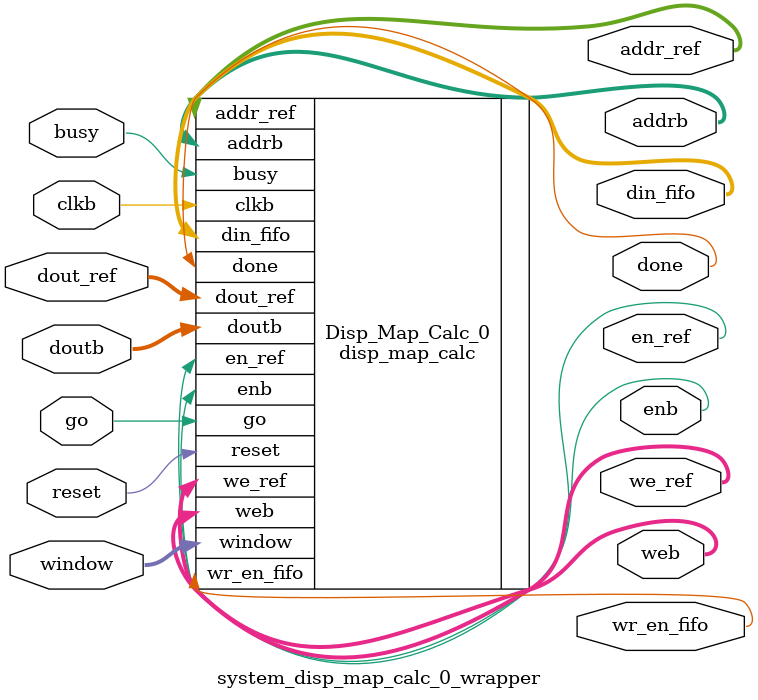
<source format=v>

module system_disp_map_calc_0_wrapper
  (
    reset,
    clkb,
    enb,
    web,
    addrb,
    en_ref,
    we_ref,
    addr_ref,
    dout_ref,
    go,
    window,
    busy,
    doutb,
    done,
    din_fifo,
    wr_en_fifo
  );
  input reset;
  input clkb;
  output enb;
  output [3:0] web;
  output [31:0] addrb;
  output en_ref;
  output [3:0] we_ref;
  output [31:0] addr_ref;
  input [31:0] dout_ref;
  input go;
  input [2:0] window;
  input busy;
  input [31:0] doutb;
  output done;
  output [31:0] din_fifo;
  output wr_en_fifo;

  disp_map_calc
    #(
      .NUM_OF_WIN ( 'h00000040 ),
      .VRES ( 'h000001e0 ),
      .HRES ( 'h00000280 )
    )
    Disp_Map_Calc_0 (
      .reset ( reset ),
      .clkb ( clkb ),
      .enb ( enb ),
      .web ( web ),
      .addrb ( addrb ),
      .en_ref ( en_ref ),
      .we_ref ( we_ref ),
      .addr_ref ( addr_ref ),
      .dout_ref ( dout_ref ),
      .go ( go ),
      .window ( window ),
      .busy ( busy ),
      .doutb ( doutb ),
      .done ( done ),
      .din_fifo ( din_fifo ),
      .wr_en_fifo ( wr_en_fifo )
    );

endmodule


</source>
